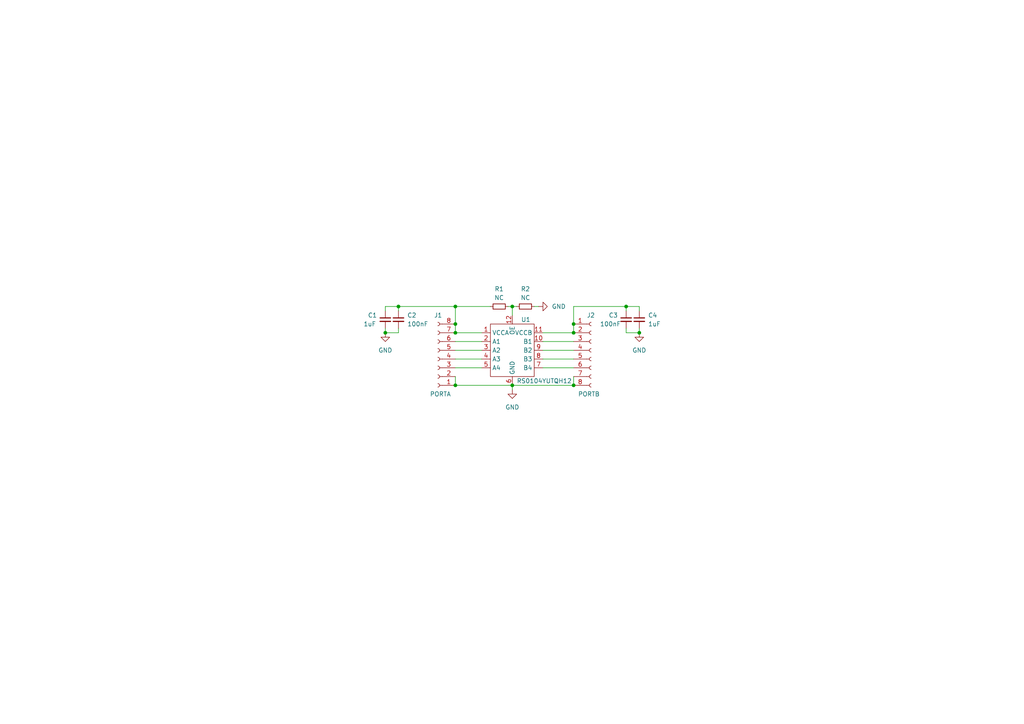
<source format=kicad_sch>
(kicad_sch (version 20211123) (generator eeschema)
  (paper "A4")
  (lib_symbols
    (symbol "Connector:Conn_01x08_Female" (pin_names (offset 1.016) hide)
      (property "Reference" "J" (at 0 10.16 0))
      (property "Value" "Conn_01x08_Female" (at 0 -12.7 0))
      (symbol "Conn_01x08_Female_1_1"
        (arc (start 0 -9.652) (mid -0.508 -10.16) (end 0 -10.668) (stroke (width 0.1524)))
        (arc (start 0 -7.112) (mid -0.508 -7.62) (end 0 -8.128) (stroke (width 0.1524)))
        (arc (start 0 -4.572) (mid -0.508 -5.08) (end 0 -5.588) (stroke (width 0.1524)))
        (arc (start 0 -2.032) (mid -0.508 -2.54) (end 0 -3.048) (stroke (width 0.1524)))
        (polyline (pts (xy -1.27 -10.16) (xy -0.508 -10.16)) (stroke (width 0.1524)))
        (polyline (pts (xy -1.27 -7.62) (xy -0.508 -7.62)) (stroke (width 0.1524)))
        (polyline (pts (xy -1.27 -5.08) (xy -0.508 -5.08)) (stroke (width 0.1524)))
        (polyline (pts (xy -1.27 -2.54) (xy -0.508 -2.54)) (stroke (width 0.1524)))
        (polyline (pts (xy -1.27 0) (xy -0.508 0)) (stroke (width 0.1524)))
        (polyline (pts (xy -1.27 2.54) (xy -0.508 2.54)) (stroke (width 0.1524)))
        (polyline (pts (xy -1.27 5.08) (xy -0.508 5.08)) (stroke (width 0.1524)))
        (polyline (pts (xy -1.27 7.62) (xy -0.508 7.62)) (stroke (width 0.1524)))
        (arc (start 0 0.508) (mid -0.508 0) (end 0 -0.508) (stroke (width 0.1524)))
        (arc (start 0 3.048) (mid -0.508 2.54) (end 0 2.032) (stroke (width 0.1524)))
        (arc (start 0 5.588) (mid -0.508 5.08) (end 0 4.572) (stroke (width 0.1524)))
        (arc (start 0 8.128) (mid -0.508 7.62) (end 0 7.112) (stroke (width 0.1524)))
        (pin passive line (at -5.08 7.62 0) (length 3.81) (name "Pin_1") (number "1"))
        (pin passive line (at -5.08 5.08 0) (length 3.81) (name "Pin_2") (number "2"))
        (pin passive line (at -5.08 2.54 0) (length 3.81) (name "Pin_3") (number "3"))
        (pin passive line (at -5.08 0 0) (length 3.81) (name "Pin_4") (number "4"))
        (pin passive line (at -5.08 -2.54 0) (length 3.81) (name "Pin_5") (number "5"))
        (pin passive line (at -5.08 -5.08 0) (length 3.81) (name "Pin_6") (number "6"))
        (pin passive line (at -5.08 -7.62 0) (length 3.81) (name "Pin_7") (number "7"))
        (pin passive line (at -5.08 -10.16 0) (length 3.81) (name "Pin_8") (number "8"))
      )
    )
    (symbol "Device:C_Small" (pin_numbers hide) (pin_names (offset 0.254) hide)
      (property "Reference" "C" (at 0.254 1.778 0))
      (property "Value" "C_Small" (at 0.254 -2.032 0))
      (symbol "C_Small_0_1"
        (polyline (pts (xy -1.524 -0.508) (xy 1.524 -0.508)) (stroke (width 0.3302)))
        (polyline (pts (xy -1.524 0.508) (xy 1.524 0.508)) (stroke (width 0.3048)))
      )
      (symbol "C_Small_1_1"
        (pin passive line (at 0 2.54 270) (length 2.032) (name "~") (number "1"))
        (pin passive line (at 0 -2.54 90) (length 2.032) (name "~") (number "2"))
      )
    )
    (symbol "Device:R_Small" (pin_numbers hide) (pin_names (offset 0.254) hide)
      (property "Reference" "R" (at 0.762 0.508 0))
      (property "Value" "R_Small" (at 0.762 -1.016 0))
      (symbol "R_Small_0_1"
        (rectangle (start -0.762 1.778) (end 0.762 -1.778) (stroke (width 0.2032)))
      )
      (symbol "R_Small_1_1"
        (pin passive line (at 0 2.54 270) (length 0.762) (name "~") (number "1"))
        (pin passive line (at 0 -2.54 90) (length 0.762) (name "~") (number "2"))
      )
    )
    (symbol "convertor:RS0104YUTQH12"
      (property "Reference" "U" (at 8.89 3.81 0))
      (property "Value" "RS0104YUTQH12" (at 15.24 1.27 0))
      (symbol "RS0104YUTQH12_0_1"
        (rectangle (start 0 0) (end 12.7 -15.24))
      )
      (symbol "RS0104YUTQH12_1_1"
        (pin input line (at -2.54 -2.54 0) (length 2.54) (name "VCCA") (number "1"))
        (pin input line (at 15.24 -5.08 180) (length 2.54) (name "B1") (number "10"))
        (pin input line (at 15.24 -2.54 180) (length 2.54) (name "VCCB") (number "11"))
        (pin input line (at 6.35 2.54 270) (length 2.54) (name "OE") (number "12"))
        (pin input line (at -2.54 -5.08 0) (length 2.54) (name "A1") (number "2"))
        (pin input line (at -2.54 -7.62 0) (length 2.54) (name "A2") (number "3"))
        (pin input line (at -2.54 -10.16 0) (length 2.54) (name "A3") (number "4"))
        (pin input line (at -2.54 -12.7 0) (length 2.54) (name "A4") (number "5"))
        (pin input line (at 6.35 -17.78 90) (length 2.54) (name "GND") (number "6"))
        (pin input line (at 15.24 -12.7 180) (length 2.54) (name "B4") (number "7"))
        (pin input line (at 15.24 -10.16 180) (length 2.54) (name "B3") (number "8"))
        (pin input line (at 15.24 -7.62 180) (length 2.54) (name "B2") (number "9"))
      )
    )
    (symbol "power:GND" (power) (pin_names (offset 0))
      (property "Value" "GND" (at 0 -3.81 0))
      (symbol "GND_0_1"
        (polyline (pts (xy 0 0) (xy 0 -1.27) (xy 1.27 -1.27) (xy 0 -2.54) (xy -1.27 -1.27) (xy 0 -1.27)))
      )
      (symbol "GND_1_1"
        (pin power_in line (at 0 0 270) (length 0) hide (name "GND") (number "1"))
      )
    )
  )
  (junction (at 166.37 93.98))
  (junction (at 111.76 96.52))
  (junction (at 132.08 111.76))
  (junction (at 115.57 88.9))
  (junction (at 181.61 88.9))
  (junction (at 166.37 96.52))
  (junction (at 185.42 96.52))
  (junction (at 132.08 93.98))
  (junction (at 132.08 96.52))
  (junction (at 132.08 88.9))
  (junction (at 148.59 88.9))
  (junction (at 148.59 111.76))
  (junction (at 166.37 111.76))
  (wire (pts (xy 132.08 109.22) (xy 132.08 111.76)))
  (wire (pts (xy 157.48 96.52) (xy 166.37 96.52)))
  (wire (pts (xy 132.08 101.6) (xy 139.7 101.6)))
  (wire (pts (xy 157.48 106.68) (xy 166.37 106.68)))
  (wire (pts (xy 132.08 99.06) (xy 139.7 99.06)))
  (wire (pts (xy 132.08 104.14) (xy 139.7 104.14)))
  (wire (pts (xy 157.48 99.06) (xy 166.37 99.06)))
  (wire (pts (xy 166.37 93.98) (xy 166.37 88.9)))
  (wire (pts (xy 132.08 96.52) (xy 139.7 96.52)))
  (wire (pts (xy 148.59 111.76) (xy 166.37 111.76)))
  (wire (pts (xy 148.59 88.9) (xy 149.86 88.9)))
  (wire (pts (xy 181.61 88.9) (xy 185.42 88.9)))
  (wire (pts (xy 115.57 88.9) (xy 115.57 90.17)))
  (wire (pts (xy 185.42 88.9) (xy 185.42 90.17)))
  (wire (pts (xy 181.61 96.52) (xy 185.42 96.52)))
  (wire (pts (xy 132.08 106.68) (xy 139.7 106.68)))
  (wire (pts (xy 147.32 88.9) (xy 148.59 88.9)))
  (wire (pts (xy 166.37 88.9) (xy 181.61 88.9)))
  (wire (pts (xy 181.61 88.9) (xy 181.61 90.17)))
  (wire (pts (xy 148.59 111.76) (xy 148.59 113.03)))
  (wire (pts (xy 132.08 88.9) (xy 132.08 93.98)))
  (wire (pts (xy 115.57 88.9) (xy 132.08 88.9)))
  (wire (pts (xy 111.76 95.25) (xy 111.76 96.52)))
  (wire (pts (xy 115.57 96.52) (xy 115.57 95.25)))
  (wire (pts (xy 111.76 88.9) (xy 115.57 88.9)))
  (wire (pts (xy 166.37 109.22) (xy 166.37 111.76)))
  (wire (pts (xy 111.76 88.9) (xy 111.76 90.17)))
  (wire (pts (xy 185.42 96.52) (xy 185.42 95.25)))
  (wire (pts (xy 148.59 88.9) (xy 148.59 91.44)))
  (wire (pts (xy 157.48 104.14) (xy 166.37 104.14)))
  (wire (pts (xy 132.08 93.98) (xy 132.08 96.52)))
  (wire (pts (xy 132.08 111.76) (xy 148.59 111.76)))
  (wire (pts (xy 154.94 88.9) (xy 156.21 88.9)))
  (wire (pts (xy 111.76 96.52) (xy 115.57 96.52)))
  (wire (pts (xy 166.37 93.98) (xy 166.37 96.52)))
  (wire (pts (xy 181.61 95.25) (xy 181.61 96.52)))
  (wire (pts (xy 157.48 101.6) (xy 166.37 101.6)))
  (wire (pts (xy 142.24 88.9) (xy 132.08 88.9)))
  (symbol (lib_id "Device:C_Small") (at 111.76 92.71 0) (unit 1)
    (property "Reference" "C1" (at 106.68 91.44 0) (effects (justify left)))
    (property "Value" "1uF" (at 105.41 93.98 0) (effects (justify left)))
    (property "Footprint" "Capacitor_SMD:C_0603_1608Metric" (effects hide))
  )
  (symbol (lib_id "Connector:Conn_01x08_Female") (at 171.45 101.6 0) (unit 1)
    (property "Reference" "J2" (at 170.18 91.44 0) (effects (justify left)))
    (property "Value" "PORTB" (at 167.64 114.3 0) (effects (justify left)))
    (property "Footprint" "Connector_PinHeader_2.54mm:PinHeader_1x08_P2.54mm_Horizontal" (effects hide))
  )
  (symbol (lib_id "convertor:RS0104YUTQH12") (at 142.24 93.98 0) (unit 1)
    (property "Reference" "U1" (at 151.13 92.71 0) (effects (justify left)))
    (property "Value" "RS0104YUTQH12" (at 149.86 110.49 0) (effects (justify left)))
    (property "Footprint" "convertor:QFN2x1.7-12L" (effects hide))
  )
  (symbol (lib_id "Connector:Conn_01x08_Female") (at 127 104.14 180) (unit 1)
    (property "Reference" "J1" (at 128.27 91.44 0) (effects (justify left)))
    (property "Value" "PORTA" (at 130.81 114.3 0) (effects (justify left)))
    (property "Footprint" "Connector_PinHeader_2.54mm:PinHeader_1x08_P2.54mm_Horizontal" (effects hide))
  )
  (symbol (lib_id "Device:C_Small") (at 115.57 92.71 0) (unit 1)
    (property "Reference" "C2" (at 118.11 91.4462 0) (effects (justify left)))
    (property "Value" "100nF" (at 118.11 93.9862 0) (effects (justify left)))
    (property "Footprint" "Capacitor_SMD:C_0402_1005Metric" (effects hide))
  )
  (symbol (lib_id "Device:R_Small") (at 152.4 88.9 90) (unit 1)
    (property "Reference" "R2" (at 152.4 83.82 90))
    (property "Value" "NC" (at 152.4 86.36 90))
    (property "Footprint" "Resistor_SMD:R_0402_1005Metric" (effects hide))
  )
  (symbol (lib_id "power:GND") (at 111.76 96.52 0) (unit 1)
    (property "Reference" "#PWR01" (effects hide))
    (property "Value" "GND" (at 111.76 101.6 0))
  )
  (symbol (lib_id "power:GND") (at 148.59 113.03 0) (unit 1)
    (property "Reference" "#PWR02" (effects hide))
    (property "Value" "GND" (at 148.59 118.11 0))
  )
  (symbol (lib_id "power:GND") (at 156.21 88.9 90) (unit 1)
    (property "Reference" "#PWR03" (effects hide))
    (property "Value" "GND" (at 160.02 88.8999 90) (effects (justify right)))
  )
  (symbol (lib_id "Device:C_Small") (at 181.61 92.71 0) (unit 1)
    (property "Reference" "C3" (at 176.53 91.44 0) (effects (justify left)))
    (property "Value" "100nF" (at 173.99 93.98 0) (effects (justify left)))
    (property "Footprint" "Capacitor_SMD:C_0402_1005Metric" (effects hide))
  )
  (symbol (lib_id "Device:R_Small") (at 144.78 88.9 90) (unit 1)
    (property "Reference" "R1" (at 144.78 83.82 90))
    (property "Value" "NC" (at 144.78 86.36 90))
    (property "Footprint" "Resistor_SMD:R_0402_1005Metric" (effects hide))
  )
  (symbol (lib_id "power:GND") (at 185.42 96.52 0) (unit 1)
    (property "Reference" "#PWR04" (effects hide))
    (property "Value" "GND" (at 185.42 101.6 0))
  )
  (symbol (lib_id "Device:C_Small") (at 185.42 92.71 0) (unit 1)
    (property "Reference" "C4" (at 187.96 91.4462 0) (effects (justify left)))
    (property "Value" "1uF" (at 187.96 93.9862 0) (effects (justify left)))
    (property "Footprint" "Capacitor_SMD:C_0603_1608Metric" (effects hide))
  )
)
</source>
